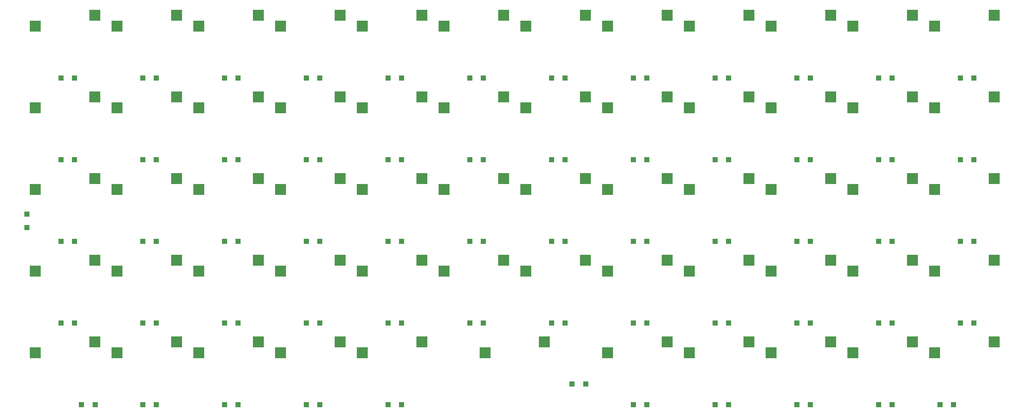
<source format=gbr>
G04 #@! TF.GenerationSoftware,KiCad,Pcbnew,(5.1.9)-1*
G04 #@! TF.CreationDate,2021-06-18T19:30:07-04:00*
G04 #@! TF.ProjectId,Mainpcb,4d61696e-7063-4622-9e6b-696361645f70,rev?*
G04 #@! TF.SameCoordinates,Original*
G04 #@! TF.FileFunction,Paste,Bot*
G04 #@! TF.FilePolarity,Positive*
%FSLAX46Y46*%
G04 Gerber Fmt 4.6, Leading zero omitted, Abs format (unit mm)*
G04 Created by KiCad (PCBNEW (5.1.9)-1) date 2021-06-18 19:30:07*
%MOMM*%
%LPD*%
G01*
G04 APERTURE LIST*
%ADD10R,1.200000X1.200000*%
%ADD11R,2.550000X2.500000*%
G04 APERTURE END LIST*
D10*
X45244700Y-75395300D03*
X45244700Y-72245300D03*
X257987000Y-116683000D03*
X261137000Y-116683000D03*
X243699000Y-116684000D03*
X246849000Y-116684000D03*
X224649000Y-116683000D03*
X227799000Y-116683000D03*
X205598000Y-116684000D03*
X208748000Y-116684000D03*
X186548000Y-116683000D03*
X189698000Y-116683000D03*
X172260000Y-111921000D03*
X175410000Y-111921000D03*
X129397000Y-116684000D03*
X132547000Y-116684000D03*
X110346000Y-116683000D03*
X113496000Y-116683000D03*
X91295700Y-116684000D03*
X94445700Y-116684000D03*
X72245300Y-116683000D03*
X75395300Y-116683000D03*
X57957500Y-116684000D03*
X61107500Y-116684000D03*
X262749000Y-97633300D03*
X265899000Y-97633300D03*
X243699000Y-97633300D03*
X246849000Y-97633300D03*
X224649000Y-97633300D03*
X227799000Y-97633300D03*
X205598000Y-97633300D03*
X208748000Y-97633300D03*
X186548000Y-97633300D03*
X189698000Y-97633300D03*
X167497000Y-97633300D03*
X170647000Y-97633300D03*
X148447000Y-97633300D03*
X151597000Y-97633300D03*
X129397000Y-97633300D03*
X132547000Y-97633300D03*
X110346000Y-97633300D03*
X113496000Y-97633300D03*
X91295700Y-97633300D03*
X94445700Y-97633300D03*
X72245300Y-97633300D03*
X75395300Y-97633300D03*
X53194900Y-97633300D03*
X56344900Y-97633300D03*
X262749000Y-78582900D03*
X265899000Y-78582900D03*
X243699000Y-78582900D03*
X246849000Y-78582900D03*
X224649000Y-78582900D03*
X227799000Y-78582900D03*
X205598000Y-78582900D03*
X208748000Y-78582900D03*
X186548000Y-78582900D03*
X189698000Y-78582900D03*
X167497000Y-78582900D03*
X170647000Y-78582900D03*
X148447000Y-78582900D03*
X151597000Y-78582900D03*
X129397000Y-78582900D03*
X132547000Y-78582900D03*
X110346000Y-78582900D03*
X113496000Y-78582900D03*
X91295700Y-78582900D03*
X94445700Y-78582900D03*
X72245300Y-78582900D03*
X75395300Y-78582900D03*
X53194900Y-78582900D03*
X56344900Y-78582900D03*
X262749000Y-59532500D03*
X265899000Y-59532500D03*
X246849000Y-59532500D03*
X243699000Y-59532500D03*
X224649000Y-59532500D03*
X227799000Y-59532500D03*
X205598000Y-59532500D03*
X208748000Y-59532500D03*
X186548000Y-59532500D03*
X189698000Y-59532500D03*
X167497000Y-59532500D03*
X170647000Y-59532500D03*
X148447000Y-59532500D03*
X151597000Y-59532500D03*
X129397000Y-59532500D03*
X132547000Y-59532500D03*
X110346000Y-59532500D03*
X113496000Y-59532500D03*
X91295700Y-59532500D03*
X94445700Y-59532500D03*
X72245300Y-59532500D03*
X75395300Y-59532500D03*
X53194900Y-59532500D03*
X56344900Y-59532500D03*
X262749000Y-40482100D03*
X265899000Y-40482100D03*
X243699000Y-40482100D03*
X246849000Y-40482100D03*
X224649000Y-40482100D03*
X227799000Y-40482100D03*
X205598000Y-40482100D03*
X208748000Y-40482100D03*
X186548000Y-40482100D03*
X189698000Y-40482100D03*
X167497000Y-40482100D03*
X170647000Y-40482100D03*
X148447000Y-40482100D03*
X151597000Y-40482100D03*
X129397000Y-40482100D03*
X132547000Y-40482100D03*
X110346000Y-40482100D03*
X113496000Y-40482100D03*
X91295700Y-40482100D03*
X94445700Y-40482100D03*
X72245300Y-40482100D03*
X75395300Y-40482100D03*
X53194900Y-40482100D03*
X56344900Y-40482100D03*
D11*
X270610000Y-102077000D03*
X256760000Y-104617000D03*
X251560000Y-102077000D03*
X237710000Y-104617000D03*
X232510000Y-102077000D03*
X218660000Y-104617000D03*
X213460000Y-102077000D03*
X199610000Y-104617000D03*
X194410000Y-102077000D03*
X180560000Y-104617000D03*
X165835000Y-102077000D03*
X151985000Y-104617000D03*
X137260000Y-102077000D03*
X123410000Y-104617000D03*
X118210000Y-102077000D03*
X104360000Y-104617000D03*
X99159700Y-102077000D03*
X85309700Y-104617000D03*
X80109700Y-102077000D03*
X66259700Y-104617000D03*
X61059700Y-102077000D03*
X47209700Y-104617000D03*
X270610000Y-83026700D03*
X256760000Y-85566700D03*
X251560000Y-83026700D03*
X237710000Y-85566700D03*
X232510000Y-83026700D03*
X218660000Y-85566700D03*
X213460000Y-83026700D03*
X199610000Y-85566700D03*
X194410000Y-83026700D03*
X180560000Y-85566700D03*
X175360000Y-83026700D03*
X161510000Y-85566700D03*
X156310000Y-83026700D03*
X142460000Y-85566700D03*
X137260000Y-83026700D03*
X123410000Y-85566700D03*
X118210000Y-83026700D03*
X104360000Y-85566700D03*
X99159700Y-83026700D03*
X85309700Y-85566700D03*
X80109700Y-83026700D03*
X66259700Y-85566700D03*
X61059700Y-83026700D03*
X47209700Y-85566700D03*
X270610000Y-63976700D03*
X256760000Y-66516700D03*
X251560000Y-63976700D03*
X237710000Y-66516700D03*
X232510000Y-63976700D03*
X218660000Y-66516700D03*
X213460000Y-63976700D03*
X199610000Y-66516700D03*
X194410000Y-63976700D03*
X180560000Y-66516700D03*
X175360000Y-63976700D03*
X161510000Y-66516700D03*
X156310000Y-63976700D03*
X142460000Y-66516700D03*
X137260000Y-63976700D03*
X123410000Y-66516700D03*
X118210000Y-63976700D03*
X104360000Y-66516700D03*
X99159700Y-63976700D03*
X85309700Y-66516700D03*
X80109700Y-63976700D03*
X66259700Y-66516700D03*
X61059700Y-63976700D03*
X47209700Y-66516700D03*
X270610000Y-44926700D03*
X256760000Y-47466700D03*
X251560000Y-44926700D03*
X237710000Y-47466700D03*
X232510000Y-44926700D03*
X218660000Y-47466700D03*
X213460000Y-44926700D03*
X199610000Y-47466700D03*
X194410000Y-44926700D03*
X180560000Y-47466700D03*
X175360000Y-44926700D03*
X161510000Y-47466700D03*
X156310000Y-44926700D03*
X142460000Y-47466700D03*
X137260000Y-44926700D03*
X123410000Y-47466700D03*
X118210000Y-44926700D03*
X104360000Y-47466700D03*
X99159700Y-44926700D03*
X85309700Y-47466700D03*
X80109700Y-44926700D03*
X66259700Y-47466700D03*
X61059700Y-44926700D03*
X47209700Y-47466700D03*
X270610000Y-25876700D03*
X256760000Y-28416700D03*
X251560000Y-25876700D03*
X237710000Y-28416700D03*
X232510000Y-25876700D03*
X218660000Y-28416700D03*
X213460000Y-25876700D03*
X199610000Y-28416700D03*
X194410000Y-25876700D03*
X180560000Y-28416700D03*
X175360000Y-25876700D03*
X161510000Y-28416700D03*
X156310000Y-25876700D03*
X142460000Y-28416700D03*
X137260000Y-25876700D03*
X123410000Y-28416700D03*
X118210000Y-25876700D03*
X104360000Y-28416700D03*
X99159700Y-25876700D03*
X85309700Y-28416700D03*
X80109700Y-25876700D03*
X66259700Y-28416700D03*
X61059700Y-25876700D03*
X47209700Y-28416700D03*
M02*

</source>
